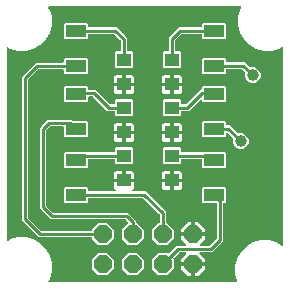
<source format=gbr>
G04 EAGLE Gerber X2 export*
%TF.Part,Single*%
%TF.FileFunction,Copper,L1,Top,Mixed*%
%TF.FilePolarity,Positive*%
%TF.GenerationSoftware,Autodesk,EAGLE,9.1.2*%
%TF.CreationDate,2020-01-29T09:54:46Z*%
G75*
%MOMM*%
%FSLAX34Y34*%
%LPD*%
%AMOC8*
5,1,8,0,0,1.08239X$1,22.5*%
G01*
%ADD10R,1.200000X1.100000*%
%ADD11R,1.770000X1.050000*%
%ADD12P,1.649562X8X22.500000*%
%ADD13C,0.254000*%
%ADD14C,1.006400*%

G36*
X204399Y10180D02*
X204399Y10180D01*
X204517Y10198D01*
X204520Y10200D01*
X204525Y10200D01*
X204630Y10256D01*
X204735Y10311D01*
X204738Y10314D01*
X204742Y10316D01*
X204824Y10402D01*
X204907Y10487D01*
X204908Y10491D01*
X204911Y10494D01*
X204961Y10602D01*
X205013Y10709D01*
X205013Y10713D01*
X205015Y10717D01*
X205028Y10834D01*
X205042Y10953D01*
X205042Y10958D01*
X205042Y10961D01*
X205039Y10975D01*
X205017Y11119D01*
X203439Y17008D01*
X203439Y23632D01*
X205154Y30032D01*
X208466Y35769D01*
X213151Y40454D01*
X218888Y43766D01*
X225288Y45481D01*
X231912Y45481D01*
X238312Y43766D01*
X242904Y41115D01*
X242993Y41081D01*
X243080Y41041D01*
X243108Y41038D01*
X243134Y41028D01*
X243230Y41024D01*
X243324Y41014D01*
X243352Y41020D01*
X243380Y41019D01*
X243471Y41046D01*
X243565Y41066D01*
X243589Y41080D01*
X243616Y41088D01*
X243694Y41143D01*
X243776Y41192D01*
X243794Y41214D01*
X243817Y41230D01*
X243874Y41306D01*
X243936Y41379D01*
X243946Y41405D01*
X243963Y41428D01*
X243992Y41519D01*
X244028Y41607D01*
X244031Y41642D01*
X244038Y41662D01*
X244037Y41695D01*
X244046Y41774D01*
X244046Y208220D01*
X244031Y208314D01*
X244022Y208409D01*
X244011Y208435D01*
X244006Y208462D01*
X243962Y208546D01*
X243923Y208634D01*
X243904Y208655D01*
X243891Y208680D01*
X243822Y208745D01*
X243758Y208816D01*
X243733Y208830D01*
X243713Y208849D01*
X243626Y208889D01*
X243543Y208936D01*
X243515Y208941D01*
X243490Y208953D01*
X243395Y208963D01*
X243301Y208981D01*
X243273Y208977D01*
X243245Y208980D01*
X243152Y208960D01*
X243058Y208946D01*
X243025Y208932D01*
X243005Y208928D01*
X242977Y208911D01*
X242904Y208879D01*
X240852Y207694D01*
X234452Y205979D01*
X227828Y205979D01*
X221428Y207694D01*
X215691Y211006D01*
X211006Y215691D01*
X207694Y221428D01*
X205979Y227828D01*
X205979Y234452D01*
X207694Y240852D01*
X208702Y242597D01*
X208736Y242687D01*
X208776Y242773D01*
X208779Y242801D01*
X208789Y242827D01*
X208792Y242923D01*
X208803Y243017D01*
X208797Y243045D01*
X208798Y243073D01*
X208771Y243165D01*
X208751Y243258D01*
X208736Y243282D01*
X208728Y243309D01*
X208673Y243387D01*
X208624Y243469D01*
X208603Y243487D01*
X208587Y243510D01*
X208510Y243567D01*
X208437Y243629D01*
X208411Y243639D01*
X208389Y243656D01*
X208298Y243685D01*
X208209Y243721D01*
X208174Y243725D01*
X208154Y243731D01*
X208121Y243731D01*
X208043Y243739D01*
X45957Y243739D01*
X45863Y243724D01*
X45768Y243715D01*
X45743Y243704D01*
X45715Y243700D01*
X45630Y243655D01*
X45543Y243617D01*
X45522Y243598D01*
X45497Y243584D01*
X45432Y243515D01*
X45361Y243451D01*
X45347Y243427D01*
X45328Y243406D01*
X45288Y243320D01*
X45241Y243236D01*
X45236Y243209D01*
X45224Y243183D01*
X45214Y243088D01*
X45196Y242995D01*
X45200Y242967D01*
X45197Y242939D01*
X45217Y242845D01*
X45231Y242751D01*
X45245Y242719D01*
X45249Y242698D01*
X45266Y242670D01*
X45298Y242597D01*
X46306Y240852D01*
X48021Y234452D01*
X48021Y227828D01*
X46306Y221428D01*
X42994Y215691D01*
X38309Y211006D01*
X32572Y207694D01*
X26172Y205979D01*
X19548Y205979D01*
X13148Y207694D01*
X11303Y208760D01*
X11214Y208793D01*
X11127Y208833D01*
X11099Y208837D01*
X11073Y208847D01*
X10977Y208850D01*
X10883Y208861D01*
X10855Y208855D01*
X10827Y208856D01*
X10735Y208828D01*
X10642Y208808D01*
X10618Y208794D01*
X10591Y208786D01*
X10513Y208731D01*
X10431Y208682D01*
X10413Y208661D01*
X10390Y208644D01*
X10333Y208568D01*
X10271Y208495D01*
X10261Y208469D01*
X10244Y208446D01*
X10215Y208356D01*
X10179Y208267D01*
X10175Y208232D01*
X10169Y208212D01*
X10169Y208179D01*
X10161Y208100D01*
X10161Y45900D01*
X10176Y45806D01*
X10185Y45711D01*
X10196Y45685D01*
X10200Y45657D01*
X10245Y45573D01*
X10283Y45485D01*
X10302Y45465D01*
X10316Y45440D01*
X10385Y45374D01*
X10449Y45303D01*
X10473Y45290D01*
X10494Y45270D01*
X10580Y45230D01*
X10664Y45184D01*
X10691Y45178D01*
X10717Y45167D01*
X10812Y45156D01*
X10905Y45139D01*
X10933Y45143D01*
X10961Y45139D01*
X11055Y45160D01*
X11149Y45173D01*
X11181Y45187D01*
X11202Y45192D01*
X11230Y45209D01*
X11303Y45240D01*
X13148Y46306D01*
X19548Y48021D01*
X26172Y48021D01*
X32572Y46306D01*
X38309Y42994D01*
X42994Y38309D01*
X46306Y32572D01*
X48021Y26172D01*
X48021Y19548D01*
X46306Y13148D01*
X45240Y11303D01*
X45207Y11214D01*
X45167Y11127D01*
X45163Y11099D01*
X45153Y11073D01*
X45150Y10977D01*
X45139Y10883D01*
X45145Y10855D01*
X45144Y10827D01*
X45172Y10735D01*
X45192Y10642D01*
X45206Y10618D01*
X45214Y10591D01*
X45269Y10513D01*
X45318Y10431D01*
X45339Y10413D01*
X45356Y10390D01*
X45432Y10333D01*
X45505Y10271D01*
X45531Y10261D01*
X45554Y10244D01*
X45644Y10215D01*
X45733Y10179D01*
X45768Y10175D01*
X45788Y10169D01*
X45821Y10169D01*
X45900Y10161D01*
X204282Y10161D01*
X204399Y10180D01*
G37*
%LPC*%
G36*
X87652Y41655D02*
X87652Y41655D01*
X82295Y47012D01*
X82295Y47244D01*
X82292Y47264D01*
X82294Y47283D01*
X82272Y47385D01*
X82256Y47487D01*
X82246Y47504D01*
X82242Y47524D01*
X82189Y47613D01*
X82140Y47704D01*
X82126Y47718D01*
X82116Y47735D01*
X82037Y47802D01*
X81962Y47874D01*
X81944Y47882D01*
X81929Y47895D01*
X81833Y47934D01*
X81739Y47977D01*
X81719Y47979D01*
X81701Y47987D01*
X81534Y48005D01*
X36942Y48005D01*
X22605Y62342D01*
X22605Y184038D01*
X34402Y195835D01*
X57444Y195835D01*
X57464Y195838D01*
X57483Y195836D01*
X57585Y195858D01*
X57687Y195874D01*
X57704Y195884D01*
X57724Y195888D01*
X57813Y195941D01*
X57904Y195990D01*
X57918Y196004D01*
X57935Y196014D01*
X58002Y196093D01*
X58074Y196168D01*
X58082Y196186D01*
X58095Y196201D01*
X58134Y196297D01*
X58177Y196391D01*
X58179Y196411D01*
X58187Y196429D01*
X58205Y196596D01*
X58205Y199312D01*
X59098Y200205D01*
X78062Y200205D01*
X78955Y199312D01*
X78955Y187548D01*
X78062Y186655D01*
X59098Y186655D01*
X58205Y187548D01*
X58205Y189484D01*
X58202Y189504D01*
X58204Y189523D01*
X58182Y189625D01*
X58166Y189727D01*
X58156Y189744D01*
X58152Y189764D01*
X58099Y189853D01*
X58050Y189944D01*
X58036Y189958D01*
X58026Y189975D01*
X57947Y190042D01*
X57872Y190114D01*
X57854Y190122D01*
X57839Y190135D01*
X57743Y190174D01*
X57649Y190217D01*
X57629Y190219D01*
X57611Y190227D01*
X57444Y190245D01*
X37033Y190245D01*
X36943Y190231D01*
X36852Y190223D01*
X36822Y190211D01*
X36790Y190206D01*
X36710Y190163D01*
X36626Y190127D01*
X36594Y190101D01*
X36573Y190090D01*
X36551Y190067D01*
X36495Y190022D01*
X28418Y181945D01*
X28370Y181880D01*
X28361Y181870D01*
X28359Y181865D01*
X28305Y181802D01*
X28293Y181772D01*
X28274Y181746D01*
X28247Y181659D01*
X28213Y181574D01*
X28209Y181533D01*
X28202Y181511D01*
X28203Y181478D01*
X28195Y181407D01*
X28195Y64973D01*
X28199Y64944D01*
X28198Y64931D01*
X28210Y64876D01*
X28217Y64792D01*
X28229Y64762D01*
X28234Y64730D01*
X28247Y64707D01*
X28250Y64691D01*
X28283Y64637D01*
X28313Y64566D01*
X28339Y64534D01*
X28350Y64513D01*
X28366Y64497D01*
X28376Y64480D01*
X28393Y64466D01*
X28418Y64435D01*
X39035Y53818D01*
X39109Y53765D01*
X39178Y53705D01*
X39208Y53693D01*
X39234Y53674D01*
X39321Y53647D01*
X39406Y53613D01*
X39447Y53609D01*
X39469Y53602D01*
X39502Y53603D01*
X39573Y53595D01*
X81534Y53595D01*
X81554Y53598D01*
X81573Y53596D01*
X81675Y53618D01*
X81777Y53634D01*
X81794Y53644D01*
X81814Y53648D01*
X81903Y53701D01*
X81994Y53750D01*
X82008Y53764D01*
X82025Y53774D01*
X82092Y53853D01*
X82164Y53928D01*
X82172Y53946D01*
X82185Y53961D01*
X82224Y54057D01*
X82267Y54151D01*
X82269Y54171D01*
X82277Y54189D01*
X82295Y54356D01*
X82295Y54588D01*
X87652Y59945D01*
X95228Y59945D01*
X100585Y54588D01*
X100585Y47012D01*
X95228Y41655D01*
X87652Y41655D01*
G37*
%LPD*%
%LPC*%
G36*
X113052Y41655D02*
X113052Y41655D01*
X107695Y47012D01*
X107695Y54588D01*
X112939Y59832D01*
X112951Y59848D01*
X112966Y59860D01*
X113023Y59948D01*
X113083Y60032D01*
X113089Y60051D01*
X113099Y60067D01*
X113125Y60168D01*
X113155Y60267D01*
X113155Y60287D01*
X113160Y60306D01*
X113151Y60409D01*
X113149Y60513D01*
X113142Y60531D01*
X113140Y60551D01*
X113100Y60646D01*
X113064Y60744D01*
X113052Y60759D01*
X113044Y60777D01*
X112939Y60908D01*
X110825Y63022D01*
X110751Y63075D01*
X110682Y63135D01*
X110652Y63147D01*
X110626Y63166D01*
X110538Y63193D01*
X110454Y63227D01*
X110413Y63231D01*
X110391Y63238D01*
X110358Y63237D01*
X110287Y63245D01*
X47102Y63245D01*
X39705Y70642D01*
X37845Y72502D01*
X37845Y140858D01*
X39705Y142718D01*
X42702Y145715D01*
X44562Y147575D01*
X65048Y147575D01*
X65535Y147088D01*
X65609Y147034D01*
X65678Y146975D01*
X65708Y146963D01*
X65734Y146944D01*
X65821Y146917D01*
X65906Y146883D01*
X65947Y146879D01*
X65969Y146872D01*
X66002Y146873D01*
X66073Y146865D01*
X78062Y146865D01*
X78955Y145972D01*
X78955Y134208D01*
X78062Y133315D01*
X59098Y133315D01*
X58205Y134208D01*
X58205Y141224D01*
X58202Y141244D01*
X58204Y141263D01*
X58182Y141365D01*
X58166Y141467D01*
X58156Y141484D01*
X58152Y141504D01*
X58099Y141593D01*
X58050Y141684D01*
X58036Y141698D01*
X58026Y141715D01*
X57947Y141782D01*
X57872Y141854D01*
X57854Y141862D01*
X57839Y141875D01*
X57743Y141914D01*
X57649Y141957D01*
X57629Y141959D01*
X57611Y141967D01*
X57444Y141985D01*
X47193Y141985D01*
X47103Y141971D01*
X47012Y141963D01*
X46982Y141951D01*
X46950Y141946D01*
X46870Y141903D01*
X46786Y141867D01*
X46753Y141841D01*
X46733Y141830D01*
X46711Y141807D01*
X46655Y141762D01*
X43658Y138765D01*
X43605Y138691D01*
X43545Y138622D01*
X43533Y138592D01*
X43514Y138566D01*
X43487Y138479D01*
X43453Y138394D01*
X43449Y138353D01*
X43442Y138331D01*
X43443Y138298D01*
X43435Y138227D01*
X43435Y75133D01*
X43449Y75043D01*
X43457Y74952D01*
X43469Y74922D01*
X43474Y74890D01*
X43517Y74809D01*
X43553Y74726D01*
X43579Y74693D01*
X43590Y74673D01*
X43613Y74651D01*
X43658Y74595D01*
X49195Y69058D01*
X49269Y69005D01*
X49338Y68945D01*
X49368Y68933D01*
X49394Y68914D01*
X49481Y68887D01*
X49566Y68853D01*
X49607Y68849D01*
X49629Y68842D01*
X49662Y68843D01*
X49733Y68835D01*
X112918Y68835D01*
X119635Y62118D01*
X119635Y60706D01*
X119638Y60686D01*
X119636Y60667D01*
X119658Y60565D01*
X119674Y60463D01*
X119684Y60446D01*
X119688Y60426D01*
X119741Y60337D01*
X119790Y60246D01*
X119804Y60232D01*
X119814Y60215D01*
X119893Y60148D01*
X119968Y60076D01*
X119986Y60068D01*
X120001Y60055D01*
X120097Y60016D01*
X120191Y59973D01*
X120211Y59971D01*
X120229Y59963D01*
X120396Y59945D01*
X120628Y59945D01*
X125985Y54588D01*
X125985Y47012D01*
X120628Y41655D01*
X113052Y41655D01*
G37*
%LPD*%
%LPC*%
G36*
X138452Y16255D02*
X138452Y16255D01*
X133095Y21612D01*
X133095Y29188D01*
X138452Y34545D01*
X146028Y34545D01*
X146192Y34381D01*
X146208Y34369D01*
X146220Y34354D01*
X146308Y34297D01*
X146392Y34237D01*
X146411Y34231D01*
X146427Y34221D01*
X146528Y34195D01*
X146627Y34165D01*
X146647Y34165D01*
X146666Y34160D01*
X146769Y34169D01*
X146873Y34171D01*
X146891Y34178D01*
X146911Y34180D01*
X147006Y34220D01*
X147104Y34256D01*
X147119Y34268D01*
X147137Y34276D01*
X147268Y34381D01*
X151922Y39035D01*
X153782Y40895D01*
X161338Y40895D01*
X161409Y40906D01*
X161480Y40908D01*
X161529Y40926D01*
X161581Y40934D01*
X161644Y40968D01*
X161711Y40993D01*
X161752Y41025D01*
X161798Y41050D01*
X161848Y41102D01*
X161904Y41146D01*
X161932Y41190D01*
X161968Y41228D01*
X161998Y41293D01*
X162037Y41353D01*
X162049Y41404D01*
X162071Y41451D01*
X162079Y41522D01*
X162097Y41592D01*
X162093Y41644D01*
X162098Y41695D01*
X162083Y41766D01*
X162077Y41837D01*
X162057Y41885D01*
X162046Y41936D01*
X162009Y41997D01*
X161981Y42063D01*
X161936Y42119D01*
X161920Y42147D01*
X161902Y42162D01*
X161876Y42194D01*
X157479Y46591D01*
X157479Y49277D01*
X166878Y49277D01*
X166898Y49280D01*
X166917Y49278D01*
X167019Y49300D01*
X167121Y49317D01*
X167138Y49326D01*
X167158Y49330D01*
X167247Y49383D01*
X167338Y49432D01*
X167352Y49446D01*
X167369Y49456D01*
X167436Y49535D01*
X167507Y49610D01*
X167516Y49628D01*
X167529Y49643D01*
X167567Y49739D01*
X167611Y49833D01*
X167613Y49853D01*
X167621Y49871D01*
X167639Y50038D01*
X167639Y50801D01*
X167641Y50801D01*
X167641Y50038D01*
X167644Y50018D01*
X167642Y49999D01*
X167664Y49897D01*
X167681Y49795D01*
X167690Y49778D01*
X167694Y49758D01*
X167747Y49669D01*
X167796Y49578D01*
X167810Y49564D01*
X167820Y49547D01*
X167899Y49480D01*
X167974Y49409D01*
X167992Y49400D01*
X168007Y49387D01*
X168103Y49348D01*
X168197Y49305D01*
X168217Y49303D01*
X168235Y49295D01*
X168402Y49277D01*
X177801Y49277D01*
X177801Y46591D01*
X173404Y42194D01*
X173362Y42136D01*
X173312Y42084D01*
X173291Y42037D01*
X173260Y41995D01*
X173239Y41926D01*
X173209Y41861D01*
X173203Y41809D01*
X173188Y41759D01*
X173190Y41688D01*
X173182Y41617D01*
X173193Y41566D01*
X173194Y41514D01*
X173219Y41446D01*
X173234Y41376D01*
X173261Y41331D01*
X173279Y41283D01*
X173323Y41227D01*
X173360Y41165D01*
X173400Y41131D01*
X173432Y41091D01*
X173493Y41052D01*
X173547Y41005D01*
X173595Y40986D01*
X173639Y40958D01*
X173709Y40940D01*
X173775Y40913D01*
X173847Y40905D01*
X173878Y40897D01*
X173901Y40899D01*
X173942Y40895D01*
X181407Y40895D01*
X181497Y40909D01*
X181588Y40917D01*
X181618Y40929D01*
X181650Y40934D01*
X181730Y40977D01*
X181814Y41013D01*
X181846Y41039D01*
X181867Y41050D01*
X181889Y41073D01*
X181945Y41118D01*
X187482Y46655D01*
X187535Y46729D01*
X187595Y46798D01*
X187607Y46828D01*
X187626Y46854D01*
X187653Y46941D01*
X187687Y47026D01*
X187691Y47067D01*
X187698Y47089D01*
X187697Y47122D01*
X187705Y47193D01*
X187705Y76674D01*
X187702Y76694D01*
X187704Y76713D01*
X187682Y76815D01*
X187666Y76917D01*
X187656Y76934D01*
X187652Y76954D01*
X187599Y77043D01*
X187550Y77134D01*
X187536Y77148D01*
X187526Y77165D01*
X187447Y77232D01*
X187372Y77304D01*
X187354Y77312D01*
X187339Y77325D01*
X187243Y77364D01*
X187149Y77407D01*
X187129Y77409D01*
X187111Y77417D01*
X186944Y77435D01*
X175938Y77435D01*
X175045Y78328D01*
X175045Y90092D01*
X175938Y90985D01*
X194902Y90985D01*
X195795Y90092D01*
X195795Y78328D01*
X194902Y77435D01*
X194056Y77435D01*
X194036Y77432D01*
X194017Y77434D01*
X193915Y77412D01*
X193813Y77396D01*
X193796Y77386D01*
X193776Y77382D01*
X193687Y77329D01*
X193596Y77280D01*
X193582Y77266D01*
X193565Y77256D01*
X193498Y77177D01*
X193426Y77102D01*
X193418Y77084D01*
X193405Y77069D01*
X193366Y76973D01*
X193323Y76879D01*
X193321Y76859D01*
X193313Y76841D01*
X193295Y76674D01*
X193295Y44562D01*
X184038Y35305D01*
X173942Y35305D01*
X173871Y35294D01*
X173800Y35292D01*
X173751Y35274D01*
X173699Y35266D01*
X173636Y35232D01*
X173569Y35207D01*
X173528Y35175D01*
X173482Y35150D01*
X173432Y35098D01*
X173376Y35054D01*
X173348Y35010D01*
X173312Y34972D01*
X173282Y34907D01*
X173243Y34847D01*
X173231Y34796D01*
X173209Y34749D01*
X173201Y34678D01*
X173183Y34608D01*
X173187Y34556D01*
X173182Y34505D01*
X173197Y34434D01*
X173203Y34363D01*
X173223Y34315D01*
X173234Y34264D01*
X173271Y34203D01*
X173299Y34137D01*
X173344Y34081D01*
X173360Y34053D01*
X173378Y34038D01*
X173381Y34034D01*
X173383Y34030D01*
X173386Y34027D01*
X173404Y34006D01*
X177801Y29609D01*
X177801Y26923D01*
X168402Y26923D01*
X168382Y26920D01*
X168363Y26922D01*
X168261Y26900D01*
X168159Y26883D01*
X168142Y26874D01*
X168122Y26870D01*
X168033Y26817D01*
X167942Y26768D01*
X167928Y26754D01*
X167911Y26744D01*
X167844Y26665D01*
X167773Y26590D01*
X167764Y26572D01*
X167751Y26557D01*
X167713Y26461D01*
X167669Y26367D01*
X167667Y26347D01*
X167659Y26329D01*
X167641Y26162D01*
X167641Y25399D01*
X167639Y25399D01*
X167639Y26162D01*
X167637Y26176D01*
X167638Y26186D01*
X167637Y26192D01*
X167638Y26201D01*
X167616Y26303D01*
X167599Y26405D01*
X167590Y26422D01*
X167586Y26442D01*
X167533Y26531D01*
X167484Y26622D01*
X167470Y26636D01*
X167460Y26653D01*
X167381Y26720D01*
X167306Y26791D01*
X167288Y26800D01*
X167273Y26813D01*
X167177Y26852D01*
X167083Y26895D01*
X167063Y26897D01*
X167045Y26905D01*
X166878Y26923D01*
X157479Y26923D01*
X157479Y29609D01*
X161876Y34006D01*
X161918Y34064D01*
X161968Y34116D01*
X161989Y34163D01*
X162020Y34205D01*
X162041Y34274D01*
X162071Y34339D01*
X162077Y34391D01*
X162092Y34441D01*
X162090Y34512D01*
X162098Y34583D01*
X162087Y34634D01*
X162086Y34686D01*
X162061Y34754D01*
X162046Y34824D01*
X162019Y34869D01*
X162001Y34917D01*
X161957Y34973D01*
X161920Y35035D01*
X161880Y35069D01*
X161848Y35109D01*
X161787Y35148D01*
X161733Y35195D01*
X161685Y35214D01*
X161641Y35242D01*
X161571Y35260D01*
X161505Y35287D01*
X161433Y35295D01*
X161402Y35303D01*
X161379Y35301D01*
X161338Y35305D01*
X156413Y35305D01*
X156323Y35291D01*
X156232Y35283D01*
X156202Y35271D01*
X156170Y35266D01*
X156090Y35223D01*
X156006Y35187D01*
X155974Y35161D01*
X155953Y35150D01*
X155932Y35128D01*
X155930Y35127D01*
X155926Y35123D01*
X155875Y35082D01*
X151221Y30428D01*
X151209Y30412D01*
X151194Y30400D01*
X151138Y30313D01*
X151077Y30229D01*
X151071Y30210D01*
X151061Y30193D01*
X151035Y30093D01*
X151005Y29994D01*
X151005Y29974D01*
X151000Y29954D01*
X151009Y29851D01*
X151011Y29748D01*
X151018Y29729D01*
X151020Y29709D01*
X151060Y29614D01*
X151096Y29517D01*
X151108Y29501D01*
X151116Y29483D01*
X151221Y29352D01*
X151385Y29188D01*
X151385Y21612D01*
X146028Y16255D01*
X138452Y16255D01*
G37*
%LPD*%
%LPC*%
G36*
X138452Y41655D02*
X138452Y41655D01*
X133095Y47012D01*
X133095Y54588D01*
X138452Y59945D01*
X138684Y59945D01*
X138704Y59948D01*
X138723Y59946D01*
X138825Y59968D01*
X138927Y59984D01*
X138944Y59994D01*
X138964Y59998D01*
X139053Y60051D01*
X139144Y60100D01*
X139158Y60114D01*
X139175Y60124D01*
X139242Y60203D01*
X139314Y60278D01*
X139322Y60296D01*
X139335Y60311D01*
X139374Y60407D01*
X139417Y60501D01*
X139419Y60521D01*
X139427Y60539D01*
X139445Y60706D01*
X139445Y67107D01*
X139431Y67197D01*
X139423Y67288D01*
X139411Y67318D01*
X139406Y67350D01*
X139363Y67430D01*
X139327Y67514D01*
X139301Y67546D01*
X139290Y67567D01*
X139267Y67589D01*
X139222Y67645D01*
X125675Y81192D01*
X125601Y81245D01*
X125532Y81305D01*
X125502Y81317D01*
X125476Y81336D01*
X125389Y81363D01*
X125304Y81397D01*
X125263Y81401D01*
X125241Y81408D01*
X125208Y81407D01*
X125137Y81415D01*
X79716Y81415D01*
X79696Y81412D01*
X79677Y81414D01*
X79575Y81392D01*
X79473Y81376D01*
X79456Y81366D01*
X79436Y81362D01*
X79347Y81309D01*
X79256Y81260D01*
X79242Y81246D01*
X79225Y81236D01*
X79158Y81157D01*
X79086Y81082D01*
X79078Y81064D01*
X79065Y81049D01*
X79026Y80953D01*
X78983Y80859D01*
X78981Y80839D01*
X78973Y80821D01*
X78955Y80654D01*
X78955Y78328D01*
X78062Y77435D01*
X59098Y77435D01*
X58205Y78328D01*
X58205Y90092D01*
X59098Y90985D01*
X78062Y90985D01*
X78955Y90092D01*
X78955Y87766D01*
X78958Y87746D01*
X78956Y87727D01*
X78978Y87625D01*
X78994Y87523D01*
X79004Y87506D01*
X79008Y87486D01*
X79061Y87397D01*
X79110Y87306D01*
X79124Y87292D01*
X79134Y87275D01*
X79213Y87208D01*
X79288Y87136D01*
X79306Y87128D01*
X79321Y87115D01*
X79417Y87076D01*
X79511Y87033D01*
X79531Y87031D01*
X79549Y87023D01*
X79716Y87005D01*
X101663Y87005D01*
X101711Y87012D01*
X101759Y87011D01*
X101831Y87032D01*
X101906Y87044D01*
X101948Y87067D01*
X101994Y87081D01*
X102057Y87124D01*
X102123Y87160D01*
X102156Y87194D01*
X102196Y87222D01*
X102241Y87283D01*
X102293Y87338D01*
X102313Y87382D01*
X102341Y87420D01*
X102365Y87492D01*
X102396Y87561D01*
X102402Y87609D01*
X102416Y87654D01*
X102415Y87730D01*
X102424Y87805D01*
X102413Y87852D01*
X102413Y87900D01*
X102387Y87972D01*
X102371Y88046D01*
X102347Y88087D01*
X102331Y88132D01*
X102284Y88192D01*
X102245Y88257D01*
X102209Y88288D01*
X102179Y88326D01*
X102075Y88402D01*
X102058Y88417D01*
X102052Y88419D01*
X102044Y88425D01*
X101660Y88647D01*
X101187Y89120D01*
X100852Y89699D01*
X100679Y90346D01*
X100679Y94657D01*
X108458Y94657D01*
X108478Y94660D01*
X108497Y94658D01*
X108599Y94680D01*
X108701Y94697D01*
X108718Y94706D01*
X108738Y94710D01*
X108827Y94763D01*
X108918Y94812D01*
X108932Y94826D01*
X108949Y94836D01*
X109016Y94915D01*
X109087Y94990D01*
X109096Y95008D01*
X109109Y95023D01*
X109148Y95119D01*
X109191Y95213D01*
X109193Y95233D01*
X109201Y95251D01*
X109219Y95418D01*
X109219Y96181D01*
X109221Y96181D01*
X109221Y95418D01*
X109224Y95399D01*
X109222Y95381D01*
X109222Y95380D01*
X109222Y95379D01*
X109244Y95277D01*
X109261Y95175D01*
X109270Y95158D01*
X109274Y95138D01*
X109327Y95049D01*
X109376Y94958D01*
X109390Y94944D01*
X109400Y94927D01*
X109479Y94860D01*
X109554Y94789D01*
X109572Y94780D01*
X109587Y94767D01*
X109683Y94728D01*
X109777Y94685D01*
X109797Y94683D01*
X109815Y94675D01*
X109982Y94657D01*
X117761Y94657D01*
X117761Y90346D01*
X117588Y89699D01*
X117253Y89120D01*
X116780Y88647D01*
X116396Y88425D01*
X116359Y88395D01*
X116317Y88372D01*
X116264Y88318D01*
X116206Y88270D01*
X116180Y88229D01*
X116147Y88194D01*
X116115Y88125D01*
X116075Y88061D01*
X116064Y88015D01*
X116044Y87971D01*
X116035Y87896D01*
X116017Y87822D01*
X116022Y87774D01*
X116016Y87727D01*
X116033Y87652D01*
X116039Y87577D01*
X116058Y87533D01*
X116069Y87486D01*
X116108Y87421D01*
X116138Y87352D01*
X116170Y87316D01*
X116195Y87275D01*
X116252Y87226D01*
X116303Y87170D01*
X116345Y87146D01*
X116382Y87115D01*
X116452Y87087D01*
X116518Y87050D01*
X116565Y87041D01*
X116610Y87023D01*
X116738Y87009D01*
X116760Y87005D01*
X116767Y87006D01*
X116777Y87005D01*
X127768Y87005D01*
X145035Y69738D01*
X145035Y60706D01*
X145038Y60686D01*
X145036Y60667D01*
X145058Y60565D01*
X145074Y60463D01*
X145084Y60446D01*
X145088Y60426D01*
X145141Y60337D01*
X145190Y60246D01*
X145204Y60232D01*
X145214Y60215D01*
X145293Y60148D01*
X145368Y60076D01*
X145386Y60068D01*
X145401Y60055D01*
X145497Y60016D01*
X145591Y59973D01*
X145611Y59971D01*
X145629Y59963D01*
X145796Y59945D01*
X146028Y59945D01*
X151385Y54588D01*
X151385Y47012D01*
X146028Y41655D01*
X138452Y41655D01*
G37*
%LPD*%
%LPC*%
G36*
X102588Y191435D02*
X102588Y191435D01*
X101695Y192328D01*
X101695Y204592D01*
X102588Y205485D01*
X105664Y205485D01*
X105684Y205488D01*
X105703Y205486D01*
X105805Y205508D01*
X105907Y205524D01*
X105924Y205534D01*
X105944Y205538D01*
X106033Y205591D01*
X106124Y205640D01*
X106138Y205654D01*
X106155Y205664D01*
X106222Y205743D01*
X106294Y205818D01*
X106302Y205836D01*
X106315Y205851D01*
X106354Y205947D01*
X106397Y206041D01*
X106399Y206061D01*
X106407Y206079D01*
X106425Y206246D01*
X106425Y214427D01*
X106411Y214517D01*
X106403Y214608D01*
X106391Y214638D01*
X106386Y214670D01*
X106343Y214751D01*
X106307Y214834D01*
X106281Y214867D01*
X106270Y214887D01*
X106247Y214909D01*
X106202Y214965D01*
X101055Y220112D01*
X100981Y220165D01*
X100912Y220225D01*
X100882Y220237D01*
X100856Y220256D01*
X100769Y220283D01*
X100684Y220317D01*
X100643Y220321D01*
X100621Y220328D01*
X100588Y220327D01*
X100517Y220335D01*
X79716Y220335D01*
X79696Y220332D01*
X79677Y220334D01*
X79575Y220312D01*
X79473Y220296D01*
X79456Y220286D01*
X79436Y220282D01*
X79347Y220229D01*
X79256Y220180D01*
X79242Y220166D01*
X79225Y220156D01*
X79158Y220077D01*
X79086Y220002D01*
X79078Y219984D01*
X79065Y219969D01*
X79026Y219873D01*
X78983Y219779D01*
X78981Y219759D01*
X78973Y219741D01*
X78955Y219574D01*
X78955Y217248D01*
X78062Y216355D01*
X59098Y216355D01*
X58205Y217248D01*
X58205Y229012D01*
X59098Y229905D01*
X78062Y229905D01*
X78955Y229012D01*
X78955Y226686D01*
X78958Y226666D01*
X78956Y226647D01*
X78978Y226545D01*
X78994Y226443D01*
X79004Y226426D01*
X79008Y226406D01*
X79061Y226317D01*
X79110Y226226D01*
X79124Y226212D01*
X79134Y226195D01*
X79213Y226128D01*
X79288Y226056D01*
X79306Y226048D01*
X79321Y226035D01*
X79417Y225996D01*
X79511Y225953D01*
X79531Y225951D01*
X79549Y225943D01*
X79716Y225925D01*
X103148Y225925D01*
X105008Y224065D01*
X110155Y218918D01*
X112015Y217058D01*
X112015Y206246D01*
X112018Y206226D01*
X112016Y206207D01*
X112038Y206105D01*
X112054Y206003D01*
X112064Y205986D01*
X112068Y205966D01*
X112121Y205877D01*
X112170Y205786D01*
X112184Y205772D01*
X112194Y205755D01*
X112273Y205688D01*
X112348Y205616D01*
X112366Y205608D01*
X112381Y205595D01*
X112477Y205556D01*
X112571Y205513D01*
X112591Y205511D01*
X112609Y205503D01*
X112776Y205485D01*
X115852Y205485D01*
X116745Y204592D01*
X116745Y192328D01*
X115852Y191435D01*
X102588Y191435D01*
G37*
%LPD*%
%LPC*%
G36*
X143228Y191435D02*
X143228Y191435D01*
X142335Y192328D01*
X142335Y204592D01*
X143228Y205485D01*
X146304Y205485D01*
X146324Y205488D01*
X146343Y205486D01*
X146445Y205508D01*
X146547Y205524D01*
X146564Y205534D01*
X146584Y205538D01*
X146673Y205591D01*
X146764Y205640D01*
X146778Y205654D01*
X146795Y205664D01*
X146862Y205743D01*
X146934Y205818D01*
X146942Y205836D01*
X146955Y205851D01*
X146994Y205947D01*
X147037Y206041D01*
X147039Y206061D01*
X147047Y206079D01*
X147065Y206246D01*
X147065Y217058D01*
X155932Y225925D01*
X174284Y225925D01*
X174304Y225928D01*
X174323Y225926D01*
X174425Y225948D01*
X174527Y225964D01*
X174544Y225974D01*
X174564Y225978D01*
X174653Y226031D01*
X174744Y226080D01*
X174758Y226094D01*
X174775Y226104D01*
X174842Y226183D01*
X174914Y226258D01*
X174922Y226276D01*
X174935Y226291D01*
X174974Y226387D01*
X175017Y226481D01*
X175019Y226501D01*
X175027Y226519D01*
X175045Y226686D01*
X175045Y229012D01*
X175938Y229905D01*
X194902Y229905D01*
X195795Y229012D01*
X195795Y217248D01*
X194902Y216355D01*
X175938Y216355D01*
X175045Y217248D01*
X175045Y219574D01*
X175042Y219594D01*
X175044Y219613D01*
X175022Y219715D01*
X175006Y219817D01*
X174996Y219834D01*
X174992Y219854D01*
X174939Y219943D01*
X174890Y220034D01*
X174876Y220048D01*
X174866Y220065D01*
X174787Y220132D01*
X174712Y220204D01*
X174694Y220212D01*
X174679Y220225D01*
X174583Y220264D01*
X174489Y220307D01*
X174469Y220309D01*
X174451Y220317D01*
X174284Y220335D01*
X158563Y220335D01*
X158473Y220321D01*
X158382Y220313D01*
X158352Y220301D01*
X158320Y220296D01*
X158240Y220253D01*
X158156Y220217D01*
X158124Y220191D01*
X158103Y220180D01*
X158081Y220157D01*
X158025Y220112D01*
X152878Y214965D01*
X152825Y214891D01*
X152765Y214822D01*
X152753Y214792D01*
X152734Y214766D01*
X152707Y214679D01*
X152673Y214594D01*
X152669Y214553D01*
X152662Y214531D01*
X152663Y214498D01*
X152655Y214427D01*
X152655Y206246D01*
X152658Y206226D01*
X152656Y206207D01*
X152678Y206105D01*
X152694Y206003D01*
X152704Y205986D01*
X152708Y205966D01*
X152761Y205877D01*
X152810Y205786D01*
X152824Y205772D01*
X152834Y205755D01*
X152913Y205688D01*
X152988Y205616D01*
X153006Y205608D01*
X153021Y205595D01*
X153117Y205556D01*
X153211Y205513D01*
X153231Y205511D01*
X153249Y205503D01*
X153416Y205485D01*
X156492Y205485D01*
X157385Y204592D01*
X157385Y192328D01*
X156492Y191435D01*
X143228Y191435D01*
G37*
%LPD*%
%LPC*%
G36*
X102588Y150795D02*
X102588Y150795D01*
X101695Y151688D01*
X101695Y154264D01*
X101692Y154284D01*
X101694Y154303D01*
X101672Y154405D01*
X101656Y154507D01*
X101646Y154524D01*
X101642Y154544D01*
X101589Y154633D01*
X101540Y154724D01*
X101526Y154738D01*
X101516Y154755D01*
X101437Y154822D01*
X101362Y154894D01*
X101344Y154902D01*
X101329Y154915D01*
X101233Y154954D01*
X101139Y154997D01*
X101119Y154999D01*
X101101Y155007D01*
X100934Y155025D01*
X95022Y155025D01*
X82885Y167162D01*
X82811Y167215D01*
X82742Y167275D01*
X82712Y167287D01*
X82686Y167306D01*
X82599Y167333D01*
X82514Y167367D01*
X82473Y167371D01*
X82451Y167378D01*
X82418Y167377D01*
X82347Y167385D01*
X79716Y167385D01*
X79696Y167382D01*
X79677Y167384D01*
X79575Y167362D01*
X79473Y167346D01*
X79456Y167336D01*
X79436Y167332D01*
X79347Y167279D01*
X79256Y167230D01*
X79242Y167216D01*
X79225Y167206D01*
X79158Y167127D01*
X79086Y167052D01*
X79078Y167034D01*
X79065Y167019D01*
X79026Y166923D01*
X78983Y166829D01*
X78981Y166809D01*
X78973Y166791D01*
X78955Y166624D01*
X78955Y163908D01*
X78062Y163015D01*
X59098Y163015D01*
X58205Y163908D01*
X58205Y175672D01*
X59098Y176565D01*
X78062Y176565D01*
X78955Y175672D01*
X78955Y173736D01*
X78958Y173716D01*
X78956Y173697D01*
X78978Y173595D01*
X78994Y173493D01*
X79004Y173476D01*
X79008Y173456D01*
X79061Y173367D01*
X79110Y173276D01*
X79124Y173262D01*
X79134Y173245D01*
X79213Y173178D01*
X79288Y173106D01*
X79306Y173098D01*
X79321Y173085D01*
X79417Y173046D01*
X79511Y173003D01*
X79531Y173001D01*
X79549Y172993D01*
X79716Y172975D01*
X84978Y172975D01*
X97115Y160838D01*
X97189Y160785D01*
X97258Y160725D01*
X97288Y160713D01*
X97314Y160694D01*
X97401Y160667D01*
X97486Y160633D01*
X97527Y160629D01*
X97549Y160622D01*
X97582Y160623D01*
X97653Y160615D01*
X100934Y160615D01*
X100954Y160618D01*
X100973Y160616D01*
X101075Y160638D01*
X101177Y160654D01*
X101194Y160664D01*
X101214Y160668D01*
X101303Y160721D01*
X101394Y160770D01*
X101408Y160784D01*
X101425Y160794D01*
X101492Y160873D01*
X101564Y160948D01*
X101572Y160966D01*
X101585Y160981D01*
X101624Y161077D01*
X101667Y161171D01*
X101669Y161191D01*
X101677Y161209D01*
X101695Y161376D01*
X101695Y163952D01*
X102588Y164845D01*
X115852Y164845D01*
X116745Y163952D01*
X116745Y151688D01*
X115852Y150795D01*
X102588Y150795D01*
G37*
%LPD*%
%LPC*%
G36*
X59098Y107135D02*
X59098Y107135D01*
X58205Y108028D01*
X58205Y119792D01*
X59098Y120685D01*
X78062Y120685D01*
X78549Y120198D01*
X78623Y120145D01*
X78692Y120085D01*
X78722Y120073D01*
X78748Y120054D01*
X78835Y120027D01*
X78920Y119993D01*
X78961Y119989D01*
X78983Y119982D01*
X79016Y119983D01*
X79087Y119975D01*
X100934Y119975D01*
X100954Y119978D01*
X100973Y119976D01*
X101075Y119998D01*
X101177Y120014D01*
X101194Y120024D01*
X101214Y120028D01*
X101303Y120081D01*
X101394Y120130D01*
X101408Y120144D01*
X101425Y120154D01*
X101492Y120233D01*
X101564Y120308D01*
X101572Y120326D01*
X101585Y120341D01*
X101624Y120437D01*
X101667Y120531D01*
X101669Y120551D01*
X101677Y120569D01*
X101695Y120736D01*
X101695Y123312D01*
X102588Y124205D01*
X115852Y124205D01*
X116745Y123312D01*
X116745Y111048D01*
X115852Y110155D01*
X102588Y110155D01*
X101695Y111048D01*
X101695Y113624D01*
X101692Y113644D01*
X101694Y113663D01*
X101672Y113765D01*
X101656Y113867D01*
X101646Y113884D01*
X101642Y113904D01*
X101589Y113993D01*
X101540Y114084D01*
X101526Y114098D01*
X101516Y114115D01*
X101437Y114182D01*
X101362Y114254D01*
X101344Y114262D01*
X101329Y114275D01*
X101233Y114314D01*
X101139Y114357D01*
X101119Y114359D01*
X101101Y114367D01*
X100934Y114385D01*
X79716Y114385D01*
X79696Y114382D01*
X79677Y114384D01*
X79575Y114362D01*
X79473Y114346D01*
X79456Y114336D01*
X79436Y114332D01*
X79347Y114279D01*
X79256Y114230D01*
X79242Y114216D01*
X79225Y114206D01*
X79158Y114127D01*
X79086Y114052D01*
X79078Y114034D01*
X79065Y114019D01*
X79026Y113923D01*
X78983Y113829D01*
X78981Y113809D01*
X78973Y113791D01*
X78955Y113624D01*
X78955Y108028D01*
X78062Y107135D01*
X59098Y107135D01*
G37*
%LPD*%
%LPC*%
G36*
X143228Y150795D02*
X143228Y150795D01*
X142335Y151688D01*
X142335Y163952D01*
X143228Y164845D01*
X156492Y164845D01*
X157385Y163952D01*
X157385Y161376D01*
X157388Y161356D01*
X157386Y161337D01*
X157408Y161235D01*
X157424Y161133D01*
X157434Y161116D01*
X157438Y161096D01*
X157491Y161007D01*
X157540Y160916D01*
X157554Y160902D01*
X157564Y160885D01*
X157643Y160818D01*
X157718Y160746D01*
X157736Y160738D01*
X157751Y160725D01*
X157847Y160686D01*
X157941Y160643D01*
X157961Y160641D01*
X157979Y160633D01*
X158146Y160615D01*
X161427Y160615D01*
X161517Y160629D01*
X161608Y160637D01*
X161638Y160649D01*
X161670Y160654D01*
X161750Y160697D01*
X161834Y160733D01*
X161866Y160759D01*
X161887Y160770D01*
X161909Y160793D01*
X161965Y160838D01*
X174102Y172975D01*
X174284Y172975D01*
X174304Y172978D01*
X174323Y172976D01*
X174425Y172998D01*
X174527Y173014D01*
X174544Y173024D01*
X174564Y173028D01*
X174653Y173081D01*
X174744Y173130D01*
X174758Y173144D01*
X174775Y173154D01*
X174842Y173233D01*
X174914Y173308D01*
X174922Y173326D01*
X174935Y173341D01*
X174974Y173437D01*
X175017Y173531D01*
X175019Y173551D01*
X175027Y173569D01*
X175045Y173736D01*
X175045Y175672D01*
X175938Y176565D01*
X194902Y176565D01*
X195795Y175672D01*
X195795Y163908D01*
X194902Y163015D01*
X175938Y163015D01*
X175045Y163908D01*
X175045Y164175D01*
X175034Y164246D01*
X175032Y164318D01*
X175014Y164367D01*
X175006Y164418D01*
X174972Y164481D01*
X174947Y164549D01*
X174915Y164589D01*
X174890Y164635D01*
X174838Y164685D01*
X174794Y164741D01*
X174750Y164769D01*
X174712Y164805D01*
X174647Y164835D01*
X174587Y164874D01*
X174536Y164886D01*
X174489Y164908D01*
X174418Y164916D01*
X174348Y164934D01*
X174296Y164930D01*
X174245Y164935D01*
X174174Y164920D01*
X174103Y164915D01*
X174055Y164894D01*
X174004Y164883D01*
X173943Y164846D01*
X173877Y164818D01*
X173821Y164773D01*
X173793Y164757D01*
X173778Y164739D01*
X173746Y164713D01*
X164058Y155025D01*
X158146Y155025D01*
X158126Y155022D01*
X158107Y155024D01*
X158005Y155002D01*
X157903Y154986D01*
X157886Y154976D01*
X157866Y154972D01*
X157777Y154919D01*
X157686Y154870D01*
X157672Y154856D01*
X157655Y154846D01*
X157588Y154767D01*
X157516Y154692D01*
X157508Y154674D01*
X157495Y154659D01*
X157456Y154563D01*
X157413Y154469D01*
X157411Y154449D01*
X157403Y154431D01*
X157385Y154264D01*
X157385Y151688D01*
X156492Y150795D01*
X143228Y150795D01*
G37*
%LPD*%
%LPC*%
G36*
X175938Y107135D02*
X175938Y107135D01*
X175045Y108028D01*
X175045Y113624D01*
X175042Y113644D01*
X175044Y113663D01*
X175022Y113765D01*
X175006Y113867D01*
X174996Y113884D01*
X174992Y113904D01*
X174939Y113993D01*
X174890Y114084D01*
X174876Y114098D01*
X174866Y114115D01*
X174787Y114182D01*
X174712Y114254D01*
X174694Y114262D01*
X174679Y114275D01*
X174583Y114314D01*
X174489Y114357D01*
X174469Y114359D01*
X174451Y114367D01*
X174284Y114385D01*
X158146Y114385D01*
X158126Y114382D01*
X158107Y114384D01*
X158005Y114362D01*
X157903Y114346D01*
X157886Y114336D01*
X157866Y114332D01*
X157777Y114279D01*
X157686Y114230D01*
X157672Y114216D01*
X157655Y114206D01*
X157588Y114127D01*
X157516Y114052D01*
X157508Y114034D01*
X157495Y114019D01*
X157456Y113923D01*
X157413Y113829D01*
X157411Y113809D01*
X157403Y113791D01*
X157385Y113624D01*
X157385Y111048D01*
X156492Y110155D01*
X143228Y110155D01*
X142335Y111048D01*
X142335Y123312D01*
X143228Y124205D01*
X156492Y124205D01*
X157385Y123312D01*
X157385Y120736D01*
X157388Y120716D01*
X157386Y120697D01*
X157408Y120595D01*
X157424Y120493D01*
X157434Y120476D01*
X157438Y120456D01*
X157491Y120367D01*
X157540Y120276D01*
X157554Y120262D01*
X157564Y120245D01*
X157643Y120178D01*
X157718Y120106D01*
X157736Y120098D01*
X157751Y120085D01*
X157847Y120046D01*
X157941Y120003D01*
X157961Y120001D01*
X157979Y119993D01*
X158146Y119975D01*
X174913Y119975D01*
X175003Y119989D01*
X175094Y119997D01*
X175124Y120009D01*
X175156Y120014D01*
X175237Y120057D01*
X175320Y120093D01*
X175353Y120119D01*
X175373Y120130D01*
X175395Y120153D01*
X175451Y120198D01*
X175938Y120685D01*
X194902Y120685D01*
X195795Y119792D01*
X195795Y108028D01*
X194902Y107135D01*
X175938Y107135D01*
G37*
%LPD*%
%LPC*%
G36*
X217136Y178863D02*
X217136Y178863D01*
X214726Y179861D01*
X212881Y181706D01*
X211883Y184116D01*
X211883Y186724D01*
X212069Y187174D01*
X212096Y187287D01*
X212125Y187401D01*
X212124Y187407D01*
X212126Y187413D01*
X212115Y187530D01*
X212106Y187646D01*
X212103Y187652D01*
X212103Y187658D01*
X212055Y187765D01*
X212009Y187872D01*
X212005Y187878D01*
X212003Y187883D01*
X211990Y187896D01*
X211904Y188003D01*
X209495Y190412D01*
X209421Y190465D01*
X209352Y190525D01*
X209322Y190537D01*
X209296Y190556D01*
X209208Y190583D01*
X209124Y190617D01*
X209083Y190621D01*
X209061Y190628D01*
X209028Y190627D01*
X208957Y190635D01*
X196556Y190635D01*
X196536Y190632D01*
X196517Y190634D01*
X196415Y190612D01*
X196313Y190596D01*
X196296Y190586D01*
X196276Y190582D01*
X196187Y190529D01*
X196096Y190480D01*
X196082Y190466D01*
X196065Y190456D01*
X195998Y190377D01*
X195926Y190302D01*
X195918Y190284D01*
X195905Y190269D01*
X195866Y190173D01*
X195823Y190079D01*
X195821Y190059D01*
X195813Y190041D01*
X195795Y189874D01*
X195795Y187548D01*
X194902Y186655D01*
X175938Y186655D01*
X175045Y187548D01*
X175045Y199312D01*
X175938Y200205D01*
X194902Y200205D01*
X195795Y199312D01*
X195795Y196986D01*
X195798Y196966D01*
X195796Y196947D01*
X195818Y196845D01*
X195834Y196743D01*
X195844Y196726D01*
X195848Y196706D01*
X195901Y196617D01*
X195950Y196526D01*
X195964Y196512D01*
X195974Y196495D01*
X196053Y196428D01*
X196128Y196356D01*
X196146Y196348D01*
X196161Y196335D01*
X196257Y196296D01*
X196351Y196253D01*
X196371Y196251D01*
X196389Y196243D01*
X196556Y196225D01*
X211588Y196225D01*
X215857Y191956D01*
X215951Y191887D01*
X216045Y191818D01*
X216051Y191816D01*
X216056Y191812D01*
X216168Y191778D01*
X216279Y191741D01*
X216286Y191742D01*
X216292Y191740D01*
X216408Y191743D01*
X216525Y191744D01*
X216532Y191746D01*
X216537Y191746D01*
X216555Y191752D01*
X216686Y191791D01*
X217136Y191977D01*
X219744Y191977D01*
X222154Y190979D01*
X223999Y189134D01*
X224997Y186724D01*
X224997Y184116D01*
X223999Y181706D01*
X222154Y179861D01*
X219744Y178863D01*
X217136Y178863D01*
G37*
%LPD*%
%LPC*%
G36*
X206976Y122983D02*
X206976Y122983D01*
X204566Y123981D01*
X202721Y125826D01*
X201723Y128236D01*
X201723Y130844D01*
X201909Y131294D01*
X201936Y131407D01*
X201965Y131521D01*
X201964Y131527D01*
X201966Y131533D01*
X201955Y131650D01*
X201946Y131766D01*
X201943Y131772D01*
X201943Y131778D01*
X201895Y131886D01*
X201849Y131992D01*
X201845Y131998D01*
X201843Y132003D01*
X201830Y132017D01*
X201744Y132123D01*
X197094Y136773D01*
X197036Y136815D01*
X196984Y136865D01*
X196937Y136887D01*
X196895Y136917D01*
X196826Y136938D01*
X196761Y136968D01*
X196709Y136974D01*
X196659Y136989D01*
X196588Y136987D01*
X196517Y136995D01*
X196466Y136984D01*
X196414Y136983D01*
X196346Y136958D01*
X196276Y136943D01*
X196232Y136916D01*
X196183Y136898D01*
X196127Y136854D01*
X196065Y136817D01*
X196031Y136777D01*
X195991Y136745D01*
X195952Y136684D01*
X195905Y136630D01*
X195886Y136582D01*
X195858Y136538D01*
X195840Y136468D01*
X195813Y136402D01*
X195805Y136330D01*
X195797Y136299D01*
X195799Y136276D01*
X195795Y136235D01*
X195795Y134208D01*
X194902Y133315D01*
X175938Y133315D01*
X175045Y134208D01*
X175045Y145972D01*
X175938Y146865D01*
X194902Y146865D01*
X195795Y145972D01*
X195795Y143646D01*
X195798Y143626D01*
X195796Y143607D01*
X195818Y143505D01*
X195834Y143403D01*
X195844Y143386D01*
X195848Y143366D01*
X195901Y143277D01*
X195950Y143186D01*
X195964Y143172D01*
X195974Y143155D01*
X196053Y143088D01*
X196128Y143016D01*
X196146Y143008D01*
X196161Y142995D01*
X196257Y142956D01*
X196351Y142913D01*
X196371Y142911D01*
X196389Y142903D01*
X196556Y142885D01*
X198888Y142885D01*
X205697Y136076D01*
X205791Y136007D01*
X205885Y135938D01*
X205891Y135936D01*
X205896Y135932D01*
X206008Y135898D01*
X206119Y135861D01*
X206126Y135862D01*
X206132Y135860D01*
X206248Y135863D01*
X206365Y135864D01*
X206372Y135866D01*
X206377Y135866D01*
X206395Y135872D01*
X206526Y135911D01*
X206976Y136097D01*
X209584Y136097D01*
X211994Y135099D01*
X213839Y133254D01*
X214837Y130844D01*
X214837Y128236D01*
X213839Y125826D01*
X211994Y123981D01*
X209584Y122983D01*
X206976Y122983D01*
G37*
%LPD*%
%LPC*%
G36*
X87652Y16255D02*
X87652Y16255D01*
X82295Y21612D01*
X82295Y29188D01*
X87652Y34545D01*
X95228Y34545D01*
X100585Y29188D01*
X100585Y21612D01*
X95228Y16255D01*
X87652Y16255D01*
G37*
%LPD*%
%LPC*%
G36*
X113052Y16255D02*
X113052Y16255D01*
X107695Y21612D01*
X107695Y29188D01*
X113052Y34545D01*
X120628Y34545D01*
X125985Y29188D01*
X125985Y21612D01*
X120628Y16255D01*
X113052Y16255D01*
G37*
%LPD*%
%LPC*%
G36*
X169163Y52323D02*
X169163Y52323D01*
X169163Y60961D01*
X171849Y60961D01*
X177801Y55009D01*
X177801Y52323D01*
X169163Y52323D01*
G37*
%LPD*%
%LPC*%
G36*
X157479Y52323D02*
X157479Y52323D01*
X157479Y55009D01*
X163431Y60961D01*
X166117Y60961D01*
X166117Y52323D01*
X157479Y52323D01*
G37*
%LPD*%
%LPC*%
G36*
X169163Y15239D02*
X169163Y15239D01*
X169163Y23877D01*
X177801Y23877D01*
X177801Y21191D01*
X171849Y15239D01*
X169163Y15239D01*
G37*
%LPD*%
%LPC*%
G36*
X163431Y15239D02*
X163431Y15239D01*
X157479Y21191D01*
X157479Y23877D01*
X166117Y23877D01*
X166117Y15239D01*
X163431Y15239D01*
G37*
%LPD*%
%LPC*%
G36*
X110743Y97703D02*
X110743Y97703D01*
X110743Y104221D01*
X115554Y104221D01*
X116201Y104048D01*
X116780Y103713D01*
X117253Y103240D01*
X117588Y102661D01*
X117761Y102014D01*
X117761Y97703D01*
X110743Y97703D01*
G37*
%LPD*%
%LPC*%
G36*
X110743Y178983D02*
X110743Y178983D01*
X110743Y185501D01*
X115554Y185501D01*
X116201Y185328D01*
X116780Y184993D01*
X117253Y184520D01*
X117588Y183941D01*
X117761Y183294D01*
X117761Y178983D01*
X110743Y178983D01*
G37*
%LPD*%
%LPC*%
G36*
X151383Y138343D02*
X151383Y138343D01*
X151383Y144861D01*
X156194Y144861D01*
X156841Y144688D01*
X157420Y144353D01*
X157893Y143880D01*
X158228Y143301D01*
X158401Y142654D01*
X158401Y138343D01*
X151383Y138343D01*
G37*
%LPD*%
%LPC*%
G36*
X110743Y138343D02*
X110743Y138343D01*
X110743Y144861D01*
X115554Y144861D01*
X116201Y144688D01*
X116780Y144353D01*
X117253Y143880D01*
X117588Y143301D01*
X117761Y142654D01*
X117761Y138343D01*
X110743Y138343D01*
G37*
%LPD*%
%LPC*%
G36*
X151383Y178983D02*
X151383Y178983D01*
X151383Y185501D01*
X156194Y185501D01*
X156841Y185328D01*
X157420Y184993D01*
X157893Y184520D01*
X158228Y183941D01*
X158401Y183294D01*
X158401Y178983D01*
X151383Y178983D01*
G37*
%LPD*%
%LPC*%
G36*
X151383Y97703D02*
X151383Y97703D01*
X151383Y104221D01*
X156194Y104221D01*
X156841Y104048D01*
X157420Y103713D01*
X157893Y103240D01*
X158228Y102661D01*
X158401Y102014D01*
X158401Y97703D01*
X151383Y97703D01*
G37*
%LPD*%
%LPC*%
G36*
X141319Y178983D02*
X141319Y178983D01*
X141319Y183294D01*
X141492Y183941D01*
X141827Y184520D01*
X142300Y184993D01*
X142879Y185328D01*
X143526Y185501D01*
X148337Y185501D01*
X148337Y178983D01*
X141319Y178983D01*
G37*
%LPD*%
%LPC*%
G36*
X141319Y138343D02*
X141319Y138343D01*
X141319Y142654D01*
X141492Y143301D01*
X141827Y143880D01*
X142300Y144353D01*
X142879Y144688D01*
X143526Y144861D01*
X148337Y144861D01*
X148337Y138343D01*
X141319Y138343D01*
G37*
%LPD*%
%LPC*%
G36*
X100679Y138343D02*
X100679Y138343D01*
X100679Y142654D01*
X100852Y143301D01*
X101187Y143880D01*
X101660Y144353D01*
X102239Y144688D01*
X102886Y144861D01*
X107697Y144861D01*
X107697Y138343D01*
X100679Y138343D01*
G37*
%LPD*%
%LPC*%
G36*
X100679Y97703D02*
X100679Y97703D01*
X100679Y102014D01*
X100852Y102661D01*
X101187Y103240D01*
X101660Y103713D01*
X102239Y104048D01*
X102886Y104221D01*
X107697Y104221D01*
X107697Y97703D01*
X100679Y97703D01*
G37*
%LPD*%
%LPC*%
G36*
X141319Y97703D02*
X141319Y97703D01*
X141319Y102014D01*
X141492Y102661D01*
X141827Y103240D01*
X142300Y103713D01*
X142879Y104048D01*
X143526Y104221D01*
X148337Y104221D01*
X148337Y97703D01*
X141319Y97703D01*
G37*
%LPD*%
%LPC*%
G36*
X100679Y178983D02*
X100679Y178983D01*
X100679Y183294D01*
X100852Y183941D01*
X101187Y184520D01*
X101660Y184993D01*
X102239Y185328D01*
X102886Y185501D01*
X107697Y185501D01*
X107697Y178983D01*
X100679Y178983D01*
G37*
%LPD*%
%LPC*%
G36*
X110743Y128779D02*
X110743Y128779D01*
X110743Y135297D01*
X117761Y135297D01*
X117761Y130986D01*
X117588Y130339D01*
X117253Y129760D01*
X116780Y129287D01*
X116201Y128952D01*
X115554Y128779D01*
X110743Y128779D01*
G37*
%LPD*%
%LPC*%
G36*
X151383Y128779D02*
X151383Y128779D01*
X151383Y135297D01*
X158401Y135297D01*
X158401Y130986D01*
X158228Y130339D01*
X157893Y129760D01*
X157420Y129287D01*
X156841Y128952D01*
X156194Y128779D01*
X151383Y128779D01*
G37*
%LPD*%
%LPC*%
G36*
X151383Y88139D02*
X151383Y88139D01*
X151383Y94657D01*
X158401Y94657D01*
X158401Y90346D01*
X158228Y89699D01*
X157893Y89120D01*
X157420Y88647D01*
X156841Y88312D01*
X156194Y88139D01*
X151383Y88139D01*
G37*
%LPD*%
%LPC*%
G36*
X151383Y169419D02*
X151383Y169419D01*
X151383Y175937D01*
X158401Y175937D01*
X158401Y171626D01*
X158228Y170979D01*
X157893Y170400D01*
X157420Y169927D01*
X156841Y169592D01*
X156194Y169419D01*
X151383Y169419D01*
G37*
%LPD*%
%LPC*%
G36*
X110743Y169419D02*
X110743Y169419D01*
X110743Y175937D01*
X117761Y175937D01*
X117761Y171626D01*
X117588Y170979D01*
X117253Y170400D01*
X116780Y169927D01*
X116201Y169592D01*
X115554Y169419D01*
X110743Y169419D01*
G37*
%LPD*%
%LPC*%
G36*
X143526Y128779D02*
X143526Y128779D01*
X142879Y128952D01*
X142300Y129287D01*
X141827Y129760D01*
X141492Y130339D01*
X141319Y130986D01*
X141319Y135297D01*
X148337Y135297D01*
X148337Y128779D01*
X143526Y128779D01*
G37*
%LPD*%
%LPC*%
G36*
X102886Y169419D02*
X102886Y169419D01*
X102239Y169592D01*
X101660Y169927D01*
X101187Y170400D01*
X100852Y170979D01*
X100679Y171626D01*
X100679Y175937D01*
X107697Y175937D01*
X107697Y169419D01*
X102886Y169419D01*
G37*
%LPD*%
%LPC*%
G36*
X143526Y169419D02*
X143526Y169419D01*
X142879Y169592D01*
X142300Y169927D01*
X141827Y170400D01*
X141492Y170979D01*
X141319Y171626D01*
X141319Y175937D01*
X148337Y175937D01*
X148337Y169419D01*
X143526Y169419D01*
G37*
%LPD*%
%LPC*%
G36*
X143526Y88139D02*
X143526Y88139D01*
X142879Y88312D01*
X142300Y88647D01*
X141827Y89120D01*
X141492Y89699D01*
X141319Y90346D01*
X141319Y94657D01*
X148337Y94657D01*
X148337Y88139D01*
X143526Y88139D01*
G37*
%LPD*%
%LPC*%
G36*
X102886Y128779D02*
X102886Y128779D01*
X102239Y128952D01*
X101660Y129287D01*
X101187Y129760D01*
X100852Y130339D01*
X100679Y130986D01*
X100679Y135297D01*
X107697Y135297D01*
X107697Y128779D01*
X102886Y128779D01*
G37*
%LPD*%
%LPC*%
G36*
X149859Y136819D02*
X149859Y136819D01*
X149859Y136821D01*
X149861Y136821D01*
X149861Y136819D01*
X149859Y136819D01*
G37*
%LPD*%
%LPC*%
G36*
X109219Y136819D02*
X109219Y136819D01*
X109219Y136821D01*
X109221Y136821D01*
X109221Y136819D01*
X109219Y136819D01*
G37*
%LPD*%
%LPC*%
G36*
X109219Y177459D02*
X109219Y177459D01*
X109219Y177461D01*
X109221Y177461D01*
X109221Y177459D01*
X109219Y177459D01*
G37*
%LPD*%
%LPC*%
G36*
X149859Y177459D02*
X149859Y177459D01*
X149859Y177461D01*
X149861Y177461D01*
X149861Y177459D01*
X149859Y177459D01*
G37*
%LPD*%
%LPC*%
G36*
X149859Y96179D02*
X149859Y96179D01*
X149859Y96181D01*
X149861Y96181D01*
X149861Y96179D01*
X149859Y96179D01*
G37*
%LPD*%
D10*
X149860Y177460D03*
X149860Y198460D03*
X149860Y136820D03*
X149860Y157820D03*
X149860Y96180D03*
X149860Y117180D03*
X109220Y177460D03*
X109220Y198460D03*
X109220Y136820D03*
X109220Y157820D03*
X109220Y96180D03*
X109220Y117180D03*
D11*
X185420Y193430D03*
X185420Y223130D03*
X185420Y140090D03*
X185420Y169790D03*
X185420Y84210D03*
X185420Y113910D03*
X68580Y193430D03*
X68580Y223130D03*
X68580Y140090D03*
X68580Y169790D03*
X68580Y84210D03*
X68580Y113910D03*
D12*
X91440Y25400D03*
X116840Y25400D03*
X142240Y25400D03*
X167640Y25400D03*
X91440Y50800D03*
X116840Y50800D03*
X142240Y50800D03*
X167640Y50800D03*
D13*
X101990Y223130D02*
X68580Y223130D01*
X101990Y223130D02*
X109220Y215900D01*
X109220Y198460D01*
X109220Y157820D02*
X96180Y157820D01*
X83820Y170180D01*
X68970Y170180D01*
X68580Y169790D01*
X71850Y117180D02*
X109220Y117180D01*
X71850Y117180D02*
X68580Y113910D01*
X149860Y198460D02*
X149860Y215900D01*
X157090Y223130D01*
X185420Y223130D01*
X162900Y157820D02*
X149860Y157820D01*
X162900Y157820D02*
X175260Y170180D01*
X185030Y170180D01*
X185420Y169790D01*
X182150Y117180D02*
X149860Y117180D01*
X182150Y117180D02*
X185420Y113910D01*
X185420Y193430D02*
X210430Y193430D01*
X218440Y185420D01*
D14*
X218440Y185420D03*
D13*
X197730Y140090D02*
X185420Y140090D01*
X197730Y140090D02*
X208280Y129540D01*
D14*
X208280Y129540D03*
D13*
X154940Y38100D02*
X142240Y25400D01*
X154940Y38100D02*
X182880Y38100D01*
X190500Y45720D01*
X190500Y79130D01*
X185420Y84210D01*
X91440Y50800D02*
X38100Y50800D01*
X25400Y63500D01*
X25400Y182880D01*
X35560Y193040D01*
X68190Y193040D01*
X68580Y193430D01*
X116840Y60960D02*
X116840Y50800D01*
X116840Y60960D02*
X111760Y66040D01*
X48260Y66040D01*
X40640Y73660D01*
X40640Y139700D02*
X45720Y144780D01*
X63890Y144780D01*
X68580Y140090D01*
X40640Y139700D02*
X40640Y73660D01*
X142240Y68580D02*
X142240Y50800D01*
X142240Y68580D02*
X126610Y84210D01*
X68580Y84210D01*
M02*

</source>
